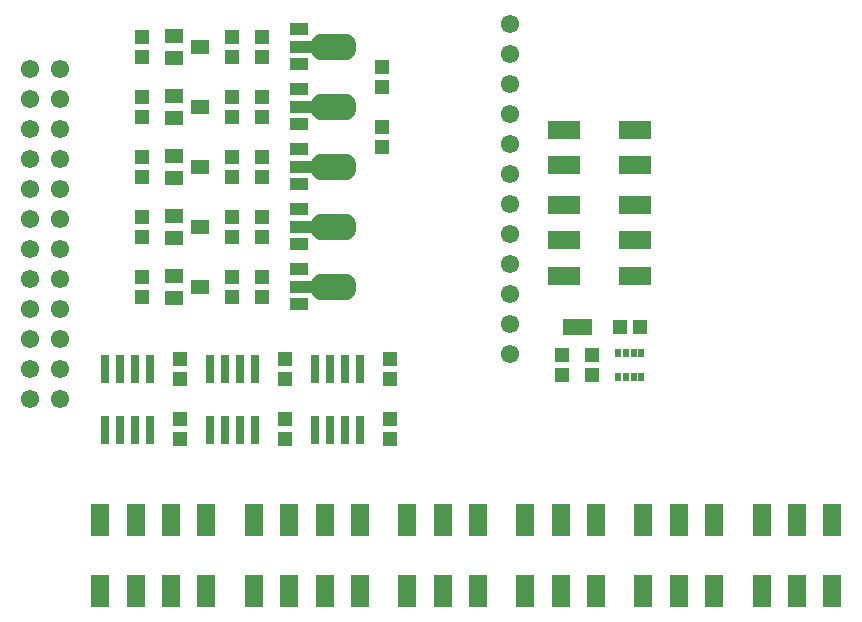
<source format=gbr>
G04 EAGLE Gerber RS-274X export*
G75*
%MOMM*%
%FSLAX34Y34*%
%LPD*%
%INSoldermask Top*%
%IPPOS*%
%AMOC8*
5,1,8,0,0,1.08239X$1,22.5*%
G01*
%ADD10C,1.553200*%
%ADD11R,1.603200X1.003200*%
%ADD12R,2.103200X1.003200*%
%ADD13C,1.721103*%
%ADD14R,1.603200X1.203200*%
%ADD15R,1.203200X1.303200*%
%ADD16R,1.303200X1.203200*%
%ADD17R,0.553200X0.703200*%
%ADD18R,0.803200X2.403200*%
%ADD19R,0.838200X1.473200*%
%ADD20R,1.603200X2.703200*%
%ADD21R,2.703200X1.603200*%


D10*
X25400Y457200D03*
X50800Y457200D03*
X25400Y431800D03*
X50800Y431800D03*
X25400Y406400D03*
X50800Y406400D03*
X25400Y381000D03*
X50800Y381000D03*
X25400Y355600D03*
X50800Y355600D03*
X25400Y330200D03*
X50800Y330200D03*
X25400Y304800D03*
X50800Y304800D03*
X25400Y279400D03*
X50800Y279400D03*
X25400Y254000D03*
X50800Y254000D03*
X25400Y228600D03*
X50800Y228600D03*
X25400Y203200D03*
X50800Y203200D03*
X25400Y177800D03*
X50800Y177800D03*
X431800Y495300D03*
X431800Y469900D03*
X431800Y444500D03*
X431800Y419100D03*
X431800Y393700D03*
X431800Y368300D03*
X431800Y342900D03*
X431800Y317500D03*
X431800Y292100D03*
X431800Y266700D03*
X431800Y241300D03*
X431800Y215900D03*
D11*
X253240Y389640D03*
X253240Y359660D03*
D12*
X255780Y374650D03*
D13*
X271789Y372079D02*
X271789Y377221D01*
X293111Y377221D01*
X293111Y372079D01*
X271789Y372079D01*
D14*
X169750Y374650D03*
X147750Y365150D03*
X147750Y384150D03*
D15*
X120650Y383150D03*
X120650Y366150D03*
X196850Y383150D03*
X196850Y366150D03*
X222250Y366150D03*
X222250Y383150D03*
D11*
X253240Y440440D03*
X253240Y410460D03*
D12*
X255780Y425450D03*
D13*
X271789Y422879D02*
X271789Y428021D01*
X293111Y428021D01*
X293111Y422879D01*
X271789Y422879D01*
D14*
X169750Y425450D03*
X147750Y415950D03*
X147750Y434950D03*
D15*
X120650Y433950D03*
X120650Y416950D03*
X196850Y433950D03*
X196850Y416950D03*
X222250Y416950D03*
X222250Y433950D03*
D11*
X253240Y491240D03*
X253240Y461260D03*
D12*
X255780Y476250D03*
D13*
X271789Y473679D02*
X271789Y478821D01*
X293111Y478821D01*
X293111Y473679D01*
X271789Y473679D01*
D14*
X169750Y476250D03*
X147750Y466750D03*
X147750Y485750D03*
D15*
X120650Y484750D03*
X120650Y467750D03*
X196850Y484750D03*
X196850Y467750D03*
X222250Y467750D03*
X222250Y484750D03*
D11*
X253240Y288040D03*
X253240Y258060D03*
D12*
X255780Y273050D03*
D13*
X271789Y270479D02*
X271789Y275621D01*
X293111Y275621D01*
X293111Y270479D01*
X271789Y270479D01*
D14*
X169750Y273050D03*
X147750Y263550D03*
X147750Y282550D03*
D15*
X120650Y281550D03*
X120650Y264550D03*
X196850Y281550D03*
X196850Y264550D03*
X222250Y264550D03*
X222250Y281550D03*
X323850Y459350D03*
X323850Y442350D03*
D16*
X541900Y238760D03*
X524900Y238760D03*
D17*
X543150Y196760D03*
X536650Y196760D03*
X530150Y196760D03*
X523650Y196760D03*
X523650Y217260D03*
X530150Y217260D03*
X536650Y217260D03*
X543150Y217260D03*
D18*
X292100Y203800D03*
X292100Y151800D03*
X304800Y203800D03*
X279400Y203800D03*
X266700Y203800D03*
X304800Y151800D03*
X279400Y151800D03*
X266700Y151800D03*
D11*
X253240Y338840D03*
X253240Y308860D03*
D12*
X255780Y323850D03*
D13*
X271789Y321279D02*
X271789Y326421D01*
X293111Y326421D01*
X293111Y321279D01*
X271789Y321279D01*
D14*
X169750Y323850D03*
X147750Y314350D03*
X147750Y333350D03*
D15*
X120650Y332350D03*
X120650Y315350D03*
X196850Y332350D03*
X196850Y315350D03*
X222250Y315350D03*
X222250Y332350D03*
D18*
X203200Y203800D03*
X203200Y151800D03*
X215900Y203800D03*
X190500Y203800D03*
X177800Y203800D03*
X215900Y151800D03*
X190500Y151800D03*
X177800Y151800D03*
X114300Y203800D03*
X114300Y151800D03*
X127000Y203800D03*
X101600Y203800D03*
X88900Y203800D03*
X127000Y151800D03*
X101600Y151800D03*
X88900Y151800D03*
D15*
X476250Y198510D03*
X476250Y215510D03*
X501650Y198510D03*
X501650Y215510D03*
X330200Y211700D03*
X330200Y194700D03*
X241300Y211700D03*
X241300Y194700D03*
X152400Y211700D03*
X152400Y194700D03*
X330200Y143900D03*
X330200Y160900D03*
X241300Y143900D03*
X241300Y160900D03*
X152400Y143900D03*
X152400Y160900D03*
D19*
X497078Y238760D03*
X488950Y238760D03*
X480822Y238760D03*
D15*
X323850Y391550D03*
X323850Y408550D03*
D20*
X705000Y15250D03*
X705000Y75250D03*
X675000Y15250D03*
X675000Y75250D03*
X645000Y15250D03*
X645000Y75250D03*
X115000Y15250D03*
X115000Y75250D03*
X85000Y15250D03*
X85000Y75250D03*
X175000Y15250D03*
X175000Y75250D03*
X145000Y15250D03*
X145000Y75250D03*
X405000Y15250D03*
X405000Y75250D03*
X375000Y15250D03*
X375000Y75250D03*
X345000Y15250D03*
X345000Y75250D03*
X505000Y15250D03*
X505000Y75250D03*
X475000Y15250D03*
X475000Y75250D03*
X445000Y15250D03*
X445000Y75250D03*
X605000Y15250D03*
X605000Y75250D03*
X575000Y15250D03*
X575000Y75250D03*
X545000Y15250D03*
X545000Y75250D03*
X245000Y15250D03*
X245000Y75250D03*
X215000Y15250D03*
X215000Y75250D03*
X305000Y15250D03*
X305000Y75250D03*
X275000Y15250D03*
X275000Y75250D03*
D21*
X537750Y406160D03*
X477750Y406160D03*
X537750Y376160D03*
X477750Y376160D03*
X537750Y342420D03*
X477750Y342420D03*
X537750Y312420D03*
X477750Y312420D03*
X537750Y282420D03*
X477750Y282420D03*
M02*

</source>
